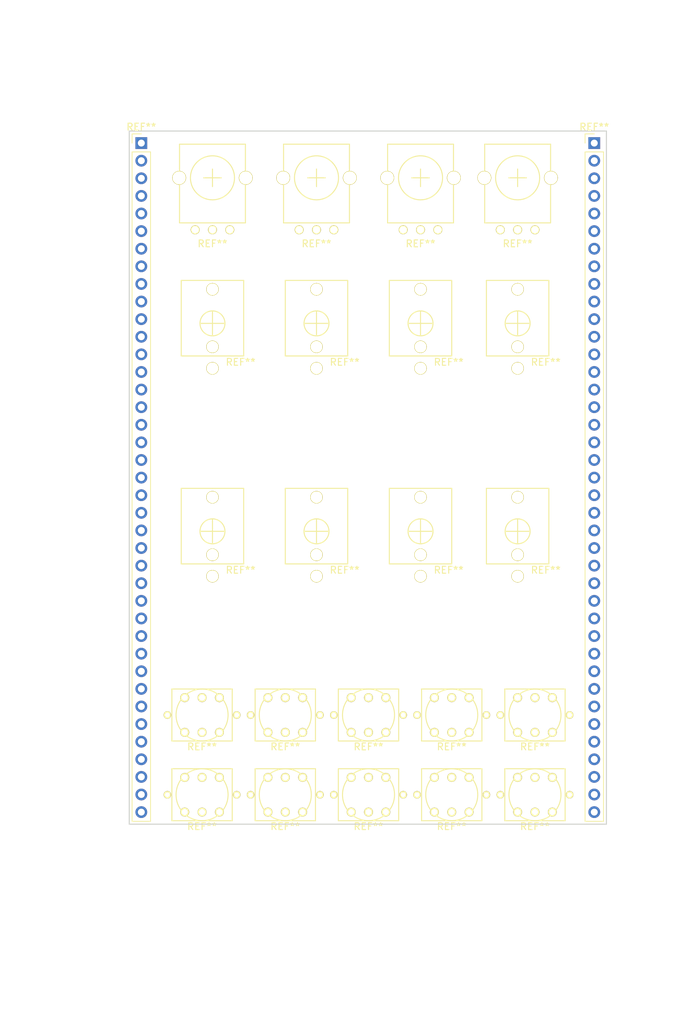
<source format=kicad_pcb>
(kicad_pcb (version 20171130) (host pcbnew no-vcs-found-a7cdd94~61~ubuntu17.10.1)

  (general
    (thickness 1.6)
    (drawings 32)
    (tracks 0)
    (zones 0)
    (modules 24)
    (nets 1)
  )

  (page A4)
  (layers
    (0 F.Cu signal)
    (31 B.Cu signal)
    (32 B.Adhes user)
    (33 F.Adhes user)
    (34 B.Paste user)
    (35 F.Paste user)
    (36 B.SilkS user)
    (37 F.SilkS user)
    (38 B.Mask user)
    (39 F.Mask user)
    (40 Dwgs.User user)
    (41 Cmts.User user)
    (42 Eco1.User user)
    (43 Eco2.User user)
    (44 Edge.Cuts user)
    (45 Margin user)
    (46 B.CrtYd user)
    (47 F.CrtYd user)
    (48 B.Fab user)
    (49 F.Fab user)
  )

  (setup
    (last_trace_width 0.25)
    (trace_clearance 0.2)
    (zone_clearance 0.508)
    (zone_45_only no)
    (trace_min 0.2)
    (segment_width 0.2)
    (edge_width 0.15)
    (via_size 0.6)
    (via_drill 0.4)
    (via_min_size 0.4)
    (via_min_drill 0.3)
    (uvia_size 0.3)
    (uvia_drill 0.1)
    (uvias_allowed no)
    (uvia_min_size 0.2)
    (uvia_min_drill 0.1)
    (pcb_text_width 0.3)
    (pcb_text_size 1.5 1.5)
    (mod_edge_width 0.15)
    (mod_text_size 1 1)
    (mod_text_width 0.15)
    (pad_size 1.524 1.524)
    (pad_drill 0.762)
    (pad_to_mask_clearance 0.2)
    (aux_axis_origin 0 0)
    (visible_elements FFFFFF7F)
    (pcbplotparams
      (layerselection 0x00030_80000001)
      (usegerberextensions false)
      (usegerberattributes false)
      (usegerberadvancedattributes false)
      (creategerberjobfile false)
      (excludeedgelayer true)
      (linewidth 0.100000)
      (plotframeref false)
      (viasonmask false)
      (mode 1)
      (useauxorigin false)
      (hpglpennumber 1)
      (hpglpenspeed 20)
      (hpglpendiameter 15)
      (psnegative false)
      (psa4output false)
      (plotreference true)
      (plotvalue true)
      (plotinvisibletext false)
      (padsonsilk false)
      (subtractmaskfromsilk false)
      (outputformat 1)
      (mirror false)
      (drillshape 1)
      (scaleselection 1)
      (outputdirectory ""))
  )

  (net 0 "")

  (net_class Default "This is the default net class."
    (clearance 0.2)
    (trace_width 0.25)
    (via_dia 0.6)
    (via_drill 0.4)
    (uvia_dia 0.3)
    (uvia_drill 0.1)
  )

  (module erack:Alpha9mmPot (layer F.Cu) (tedit 5A82E066) (tstamp 5A799B0D)
    (at 172 43)
    (fp_text reference REF** (at 0 9.5) (layer F.SilkS)
      (effects (font (size 1 1) (thickness 0.15)))
    )
    (fp_text value Alpha9mmPot (at 0 -6) (layer F.Fab)
      (effects (font (size 1 1) (thickness 0.15)))
    )
    (fp_line (start -4.75 -4.85) (end 4.75 -4.85) (layer F.SilkS) (width 0.15))
    (fp_line (start -4.75 6.5) (end 4.75 6.5) (layer F.SilkS) (width 0.15))
    (fp_line (start 4.75 -4.85) (end 4.75 6.5) (layer F.SilkS) (width 0.15))
    (fp_line (start -4.75 -4.85) (end -4.75 6.5) (layer F.SilkS) (width 0.15))
    (fp_circle (center 0 0) (end 3.175 0) (layer F.SilkS) (width 0.15))
    (fp_line (start 0 -1.27) (end 0 1.27) (layer F.SilkS) (width 0.15))
    (fp_line (start -1.27 0) (end 1.27 0) (layer F.SilkS) (width 0.15))
    (fp_circle (center 0 0) (end 3.5 0) (layer F.Fab) (width 0.15))
    (fp_line (start -3.5 0) (end 3.5 0) (layer F.Fab) (width 0.15))
    (fp_line (start 0 -3.5) (end 0 3.5) (layer F.Fab) (width 0.15))
    (pad "" thru_hole circle (at 4.8 0) (size 2 2) (drill 1.8) (layers *.Cu *.Mask F.SilkS))
    (pad "" thru_hole circle (at -4.8 0) (size 2 2) (drill 1.8) (layers *.Cu *.Mask F.SilkS))
    (pad 3 thru_hole circle (at 2.5 7.5) (size 1.3 1.3) (drill 1) (layers *.Cu *.Mask F.SilkS))
    (pad 2 thru_hole circle (at 0 7.5) (size 1.3 1.3) (drill 1) (layers *.Cu *.Mask F.SilkS))
    (pad 1 thru_hole circle (at -2.5 7.5) (size 1.3 1.3) (drill 1) (layers *.Cu *.Mask F.SilkS))
    (model ${KIPRJMOD}/libraries/erack.pretty/Alpha9mmPot.wrl
      (offset (xyz 0 -1.5 1.5))
      (scale (xyz 0.4 0.4 0.4))
      (rotate (xyz -90 0 0))
    )
  )

  (module erack:Alpha9mmPot (layer F.Cu) (tedit 5A82E066) (tstamp 5A799AFA)
    (at 158 43)
    (fp_text reference REF** (at 0 9.5) (layer F.SilkS)
      (effects (font (size 1 1) (thickness 0.15)))
    )
    (fp_text value Alpha9mmPot (at 0 -6) (layer F.Fab)
      (effects (font (size 1 1) (thickness 0.15)))
    )
    (fp_line (start -4.75 -4.85) (end 4.75 -4.85) (layer F.SilkS) (width 0.15))
    (fp_line (start -4.75 6.5) (end 4.75 6.5) (layer F.SilkS) (width 0.15))
    (fp_line (start 4.75 -4.85) (end 4.75 6.5) (layer F.SilkS) (width 0.15))
    (fp_line (start -4.75 -4.85) (end -4.75 6.5) (layer F.SilkS) (width 0.15))
    (fp_circle (center 0 0) (end 3.175 0) (layer F.SilkS) (width 0.15))
    (fp_line (start 0 -1.27) (end 0 1.27) (layer F.SilkS) (width 0.15))
    (fp_line (start -1.27 0) (end 1.27 0) (layer F.SilkS) (width 0.15))
    (fp_circle (center 0 0) (end 3.5 0) (layer F.Fab) (width 0.15))
    (fp_line (start -3.5 0) (end 3.5 0) (layer F.Fab) (width 0.15))
    (fp_line (start 0 -3.5) (end 0 3.5) (layer F.Fab) (width 0.15))
    (pad "" thru_hole circle (at 4.8 0) (size 2 2) (drill 1.8) (layers *.Cu *.Mask F.SilkS))
    (pad "" thru_hole circle (at -4.8 0) (size 2 2) (drill 1.8) (layers *.Cu *.Mask F.SilkS))
    (pad 3 thru_hole circle (at 2.5 7.5) (size 1.3 1.3) (drill 1) (layers *.Cu *.Mask F.SilkS))
    (pad 2 thru_hole circle (at 0 7.5) (size 1.3 1.3) (drill 1) (layers *.Cu *.Mask F.SilkS))
    (pad 1 thru_hole circle (at -2.5 7.5) (size 1.3 1.3) (drill 1) (layers *.Cu *.Mask F.SilkS))
    (model ${KIPRJMOD}/libraries/erack.pretty/Alpha9mmPot.wrl
      (offset (xyz 0 -1.5 1.5))
      (scale (xyz 0.4 0.4 0.4))
      (rotate (xyz -90 0 0))
    )
  )

  (module erack:Alpha9mmPot (layer F.Cu) (tedit 5A82E066) (tstamp 5A799AE7)
    (at 143 43)
    (fp_text reference REF** (at 0 9.5) (layer F.SilkS)
      (effects (font (size 1 1) (thickness 0.15)))
    )
    (fp_text value Alpha9mmPot (at 0 -6) (layer F.Fab)
      (effects (font (size 1 1) (thickness 0.15)))
    )
    (fp_line (start -4.75 -4.85) (end 4.75 -4.85) (layer F.SilkS) (width 0.15))
    (fp_line (start -4.75 6.5) (end 4.75 6.5) (layer F.SilkS) (width 0.15))
    (fp_line (start 4.75 -4.85) (end 4.75 6.5) (layer F.SilkS) (width 0.15))
    (fp_line (start -4.75 -4.85) (end -4.75 6.5) (layer F.SilkS) (width 0.15))
    (fp_circle (center 0 0) (end 3.175 0) (layer F.SilkS) (width 0.15))
    (fp_line (start 0 -1.27) (end 0 1.27) (layer F.SilkS) (width 0.15))
    (fp_line (start -1.27 0) (end 1.27 0) (layer F.SilkS) (width 0.15))
    (fp_circle (center 0 0) (end 3.5 0) (layer F.Fab) (width 0.15))
    (fp_line (start -3.5 0) (end 3.5 0) (layer F.Fab) (width 0.15))
    (fp_line (start 0 -3.5) (end 0 3.5) (layer F.Fab) (width 0.15))
    (pad "" thru_hole circle (at 4.8 0) (size 2 2) (drill 1.8) (layers *.Cu *.Mask F.SilkS))
    (pad "" thru_hole circle (at -4.8 0) (size 2 2) (drill 1.8) (layers *.Cu *.Mask F.SilkS))
    (pad 3 thru_hole circle (at 2.5 7.5) (size 1.3 1.3) (drill 1) (layers *.Cu *.Mask F.SilkS))
    (pad 2 thru_hole circle (at 0 7.5) (size 1.3 1.3) (drill 1) (layers *.Cu *.Mask F.SilkS))
    (pad 1 thru_hole circle (at -2.5 7.5) (size 1.3 1.3) (drill 1) (layers *.Cu *.Mask F.SilkS))
    (model ${KIPRJMOD}/libraries/erack.pretty/Alpha9mmPot.wrl
      (offset (xyz 0 -1.5 1.5))
      (scale (xyz 0.4 0.4 0.4))
      (rotate (xyz -90 0 0))
    )
  )

  (module erack:PJ301M-12 (layer F.Cu) (tedit 5A76A284) (tstamp 5A79996B)
    (at 143 64)
    (fp_text reference REF** (at 4.064 5.588) (layer F.SilkS)
      (effects (font (size 1 1) (thickness 0.15)))
    )
    (fp_text value PJ301M-12 (at 0 -7.112) (layer F.Fab)
      (effects (font (size 1 1) (thickness 0.15)))
    )
    (fp_line (start -4.5 -6.2) (end 4.5 -6.2) (layer F.SilkS) (width 0.15))
    (fp_line (start -4.5 4.7) (end 4.5 4.7) (layer F.SilkS) (width 0.15))
    (fp_line (start -4.5 -6.2) (end -4.5 4.7) (layer F.SilkS) (width 0.15))
    (fp_line (start 4.5 -6.2) (end 4.5 4.7) (layer F.SilkS) (width 0.15))
    (fp_circle (center 0 0) (end 1.8 0) (layer F.SilkS) (width 0.15))
    (fp_line (start 0 -1.8) (end 0 1.8) (layer F.SilkS) (width 0.15))
    (fp_line (start -1.8 0) (end 1.8 0) (layer F.SilkS) (width 0.15))
    (fp_circle (center 0 0) (end -3 0) (layer F.Fab) (width 0.15))
    (fp_line (start -3 0) (end 3 0) (layer F.Fab) (width 0.15))
    (fp_line (start 0 3) (end 0 -3) (layer F.Fab) (width 0.15))
    (pad 3 thru_hole circle (at 0 -4.92) (size 1.8 1.8) (drill 1.6) (layers *.Cu *.Mask F.SilkS))
    (pad 1 thru_hole circle (at 0 6.48) (size 1.8 1.8) (drill 1.6) (layers *.Cu *.Mask F.SilkS))
    (pad 2 thru_hole circle (at 0 3.38) (size 1.8 1.8) (drill 1.6) (layers *.Cu *.Mask F.SilkS))
  )

  (module erack:PJ301M-12 (layer F.Cu) (tedit 5A76A284) (tstamp 5A7998F4)
    (at 172 94)
    (fp_text reference REF** (at 4.064 5.588) (layer F.SilkS)
      (effects (font (size 1 1) (thickness 0.15)))
    )
    (fp_text value PJ301M-12 (at 0 -7.112) (layer F.Fab)
      (effects (font (size 1 1) (thickness 0.15)))
    )
    (fp_line (start -4.5 -6.2) (end 4.5 -6.2) (layer F.SilkS) (width 0.15))
    (fp_line (start -4.5 4.7) (end 4.5 4.7) (layer F.SilkS) (width 0.15))
    (fp_line (start -4.5 -6.2) (end -4.5 4.7) (layer F.SilkS) (width 0.15))
    (fp_line (start 4.5 -6.2) (end 4.5 4.7) (layer F.SilkS) (width 0.15))
    (fp_circle (center 0 0) (end 1.8 0) (layer F.SilkS) (width 0.15))
    (fp_line (start 0 -1.8) (end 0 1.8) (layer F.SilkS) (width 0.15))
    (fp_line (start -1.8 0) (end 1.8 0) (layer F.SilkS) (width 0.15))
    (fp_circle (center 0 0) (end -3 0) (layer F.Fab) (width 0.15))
    (fp_line (start -3 0) (end 3 0) (layer F.Fab) (width 0.15))
    (fp_line (start 0 3) (end 0 -3) (layer F.Fab) (width 0.15))
    (pad 3 thru_hole circle (at 0 -4.92) (size 1.8 1.8) (drill 1.6) (layers *.Cu *.Mask F.SilkS))
    (pad 1 thru_hole circle (at 0 6.48) (size 1.8 1.8) (drill 1.6) (layers *.Cu *.Mask F.SilkS))
    (pad 2 thru_hole circle (at 0 3.38) (size 1.8 1.8) (drill 1.6) (layers *.Cu *.Mask F.SilkS))
  )

  (module erack:PJ301M-12 (layer F.Cu) (tedit 5A76A284) (tstamp 5A7998E3)
    (at 158 94)
    (fp_text reference REF** (at 4.064 5.588) (layer F.SilkS)
      (effects (font (size 1 1) (thickness 0.15)))
    )
    (fp_text value PJ301M-12 (at 0 -7.112) (layer F.Fab)
      (effects (font (size 1 1) (thickness 0.15)))
    )
    (fp_line (start -4.5 -6.2) (end 4.5 -6.2) (layer F.SilkS) (width 0.15))
    (fp_line (start -4.5 4.7) (end 4.5 4.7) (layer F.SilkS) (width 0.15))
    (fp_line (start -4.5 -6.2) (end -4.5 4.7) (layer F.SilkS) (width 0.15))
    (fp_line (start 4.5 -6.2) (end 4.5 4.7) (layer F.SilkS) (width 0.15))
    (fp_circle (center 0 0) (end 1.8 0) (layer F.SilkS) (width 0.15))
    (fp_line (start 0 -1.8) (end 0 1.8) (layer F.SilkS) (width 0.15))
    (fp_line (start -1.8 0) (end 1.8 0) (layer F.SilkS) (width 0.15))
    (fp_circle (center 0 0) (end -3 0) (layer F.Fab) (width 0.15))
    (fp_line (start -3 0) (end 3 0) (layer F.Fab) (width 0.15))
    (fp_line (start 0 3) (end 0 -3) (layer F.Fab) (width 0.15))
    (pad 3 thru_hole circle (at 0 -4.92) (size 1.8 1.8) (drill 1.6) (layers *.Cu *.Mask F.SilkS))
    (pad 1 thru_hole circle (at 0 6.48) (size 1.8 1.8) (drill 1.6) (layers *.Cu *.Mask F.SilkS))
    (pad 2 thru_hole circle (at 0 3.38) (size 1.8 1.8) (drill 1.6) (layers *.Cu *.Mask F.SilkS))
  )

  (module erack:PJ301M-12 (layer F.Cu) (tedit 5A76A284) (tstamp 5A7998D2)
    (at 143 94)
    (fp_text reference REF** (at 4.064 5.588) (layer F.SilkS)
      (effects (font (size 1 1) (thickness 0.15)))
    )
    (fp_text value PJ301M-12 (at 0 -7.112) (layer F.Fab)
      (effects (font (size 1 1) (thickness 0.15)))
    )
    (fp_line (start -4.5 -6.2) (end 4.5 -6.2) (layer F.SilkS) (width 0.15))
    (fp_line (start -4.5 4.7) (end 4.5 4.7) (layer F.SilkS) (width 0.15))
    (fp_line (start -4.5 -6.2) (end -4.5 4.7) (layer F.SilkS) (width 0.15))
    (fp_line (start 4.5 -6.2) (end 4.5 4.7) (layer F.SilkS) (width 0.15))
    (fp_circle (center 0 0) (end 1.8 0) (layer F.SilkS) (width 0.15))
    (fp_line (start 0 -1.8) (end 0 1.8) (layer F.SilkS) (width 0.15))
    (fp_line (start -1.8 0) (end 1.8 0) (layer F.SilkS) (width 0.15))
    (fp_circle (center 0 0) (end -3 0) (layer F.Fab) (width 0.15))
    (fp_line (start -3 0) (end 3 0) (layer F.Fab) (width 0.15))
    (fp_line (start 0 3) (end 0 -3) (layer F.Fab) (width 0.15))
    (pad 3 thru_hole circle (at 0 -4.92) (size 1.8 1.8) (drill 1.6) (layers *.Cu *.Mask F.SilkS))
    (pad 1 thru_hole circle (at 0 6.48) (size 1.8 1.8) (drill 1.6) (layers *.Cu *.Mask F.SilkS))
    (pad 2 thru_hole circle (at 0 3.38) (size 1.8 1.8) (drill 1.6) (layers *.Cu *.Mask F.SilkS))
  )

  (module erack:PJ301M-12 (layer F.Cu) (tedit 5A76A284) (tstamp 5A79988E)
    (at 128 94)
    (fp_text reference REF** (at 4.064 5.588) (layer F.SilkS)
      (effects (font (size 1 1) (thickness 0.15)))
    )
    (fp_text value PJ301M-12 (at 0 -7.112) (layer F.Fab)
      (effects (font (size 1 1) (thickness 0.15)))
    )
    (fp_line (start -4.5 -6.2) (end 4.5 -6.2) (layer F.SilkS) (width 0.15))
    (fp_line (start -4.5 4.7) (end 4.5 4.7) (layer F.SilkS) (width 0.15))
    (fp_line (start -4.5 -6.2) (end -4.5 4.7) (layer F.SilkS) (width 0.15))
    (fp_line (start 4.5 -6.2) (end 4.5 4.7) (layer F.SilkS) (width 0.15))
    (fp_circle (center 0 0) (end 1.8 0) (layer F.SilkS) (width 0.15))
    (fp_line (start 0 -1.8) (end 0 1.8) (layer F.SilkS) (width 0.15))
    (fp_line (start -1.8 0) (end 1.8 0) (layer F.SilkS) (width 0.15))
    (fp_circle (center 0 0) (end -3 0) (layer F.Fab) (width 0.15))
    (fp_line (start -3 0) (end 3 0) (layer F.Fab) (width 0.15))
    (fp_line (start 0 3) (end 0 -3) (layer F.Fab) (width 0.15))
    (pad 3 thru_hole circle (at 0 -4.92) (size 1.8 1.8) (drill 1.6) (layers *.Cu *.Mask F.SilkS))
    (pad 1 thru_hole circle (at 0 6.48) (size 1.8 1.8) (drill 1.6) (layers *.Cu *.Mask F.SilkS))
    (pad 2 thru_hole circle (at 0 3.38) (size 1.8 1.8) (drill 1.6) (layers *.Cu *.Mask F.SilkS))
  )

  (module erack:PJ301M-12 (layer F.Cu) (tedit 5A76A284) (tstamp 5A799839)
    (at 172 64)
    (fp_text reference REF** (at 4.064 5.588) (layer F.SilkS)
      (effects (font (size 1 1) (thickness 0.15)))
    )
    (fp_text value PJ301M-12 (at 0 -7.112) (layer F.Fab)
      (effects (font (size 1 1) (thickness 0.15)))
    )
    (fp_line (start -4.5 -6.2) (end 4.5 -6.2) (layer F.SilkS) (width 0.15))
    (fp_line (start -4.5 4.7) (end 4.5 4.7) (layer F.SilkS) (width 0.15))
    (fp_line (start -4.5 -6.2) (end -4.5 4.7) (layer F.SilkS) (width 0.15))
    (fp_line (start 4.5 -6.2) (end 4.5 4.7) (layer F.SilkS) (width 0.15))
    (fp_circle (center 0 0) (end 1.8 0) (layer F.SilkS) (width 0.15))
    (fp_line (start 0 -1.8) (end 0 1.8) (layer F.SilkS) (width 0.15))
    (fp_line (start -1.8 0) (end 1.8 0) (layer F.SilkS) (width 0.15))
    (fp_circle (center 0 0) (end -3 0) (layer F.Fab) (width 0.15))
    (fp_line (start -3 0) (end 3 0) (layer F.Fab) (width 0.15))
    (fp_line (start 0 3) (end 0 -3) (layer F.Fab) (width 0.15))
    (pad 3 thru_hole circle (at 0 -4.92) (size 1.8 1.8) (drill 1.6) (layers *.Cu *.Mask F.SilkS))
    (pad 1 thru_hole circle (at 0 6.48) (size 1.8 1.8) (drill 1.6) (layers *.Cu *.Mask F.SilkS))
    (pad 2 thru_hole circle (at 0 3.38) (size 1.8 1.8) (drill 1.6) (layers *.Cu *.Mask F.SilkS))
  )

  (module erack:PJ301M-12 (layer F.Cu) (tedit 5A76A284) (tstamp 5A799828)
    (at 158 64)
    (fp_text reference REF** (at 4.064 5.588) (layer F.SilkS)
      (effects (font (size 1 1) (thickness 0.15)))
    )
    (fp_text value PJ301M-12 (at 0 -7.112) (layer F.Fab)
      (effects (font (size 1 1) (thickness 0.15)))
    )
    (fp_line (start -4.5 -6.2) (end 4.5 -6.2) (layer F.SilkS) (width 0.15))
    (fp_line (start -4.5 4.7) (end 4.5 4.7) (layer F.SilkS) (width 0.15))
    (fp_line (start -4.5 -6.2) (end -4.5 4.7) (layer F.SilkS) (width 0.15))
    (fp_line (start 4.5 -6.2) (end 4.5 4.7) (layer F.SilkS) (width 0.15))
    (fp_circle (center 0 0) (end 1.8 0) (layer F.SilkS) (width 0.15))
    (fp_line (start 0 -1.8) (end 0 1.8) (layer F.SilkS) (width 0.15))
    (fp_line (start -1.8 0) (end 1.8 0) (layer F.SilkS) (width 0.15))
    (fp_circle (center 0 0) (end -3 0) (layer F.Fab) (width 0.15))
    (fp_line (start -3 0) (end 3 0) (layer F.Fab) (width 0.15))
    (fp_line (start 0 3) (end 0 -3) (layer F.Fab) (width 0.15))
    (pad 3 thru_hole circle (at 0 -4.92) (size 1.8 1.8) (drill 1.6) (layers *.Cu *.Mask F.SilkS))
    (pad 1 thru_hole circle (at 0 6.48) (size 1.8 1.8) (drill 1.6) (layers *.Cu *.Mask F.SilkS))
    (pad 2 thru_hole circle (at 0 3.38) (size 1.8 1.8) (drill 1.6) (layers *.Cu *.Mask F.SilkS))
  )

  (module erack:LP4OA1PBCT (layer F.Cu) (tedit 5A79947E) (tstamp 5A799681)
    (at 174.5 132)
    (fp_text reference REF** (at 0 4.572) (layer F.SilkS)
      (effects (font (size 1 1) (thickness 0.15)))
    )
    (fp_text value LP4OA1PBCT (at 0 -4.572) (layer F.Fab)
      (effects (font (size 1 1) (thickness 0.15)))
    )
    (fp_line (start -4.35 -3.75) (end 4.35 -3.75) (layer F.SilkS) (width 0.15))
    (fp_line (start -4.35 3.75) (end 4.35 3.75) (layer F.SilkS) (width 0.15))
    (fp_line (start 4.35 -3.75) (end 4.35 3.75) (layer F.SilkS) (width 0.15))
    (fp_line (start -4.35 -3.75) (end -4.35 3.75) (layer F.SilkS) (width 0.15))
    (fp_circle (center 0 0) (end 3.75 0) (layer F.SilkS) (width 0.15))
    (fp_circle (center 0 0) (end 3.81 0) (layer F.Fab) (width 0.15))
    (fp_line (start -3.81 0) (end 3.81 0) (layer F.Fab) (width 0.15))
    (fp_line (start 0 -3.81) (end 0 3.81) (layer F.Fab) (width 0.15))
    (pad L2 thru_hole circle (at -5 0) (size 1.1 1.1) (drill 0.7) (layers *.Cu *.Mask F.SilkS))
    (pad L1 thru_hole circle (at 5 0) (size 1.1 1.1) (drill 0.7) (layers *.Cu *.Mask F.SilkS))
    (pad 6 thru_hole circle (at -2.5 2.5) (size 1.3 1.3) (drill 0.9) (layers *.Cu *.Mask F.SilkS))
    (pad 5 thru_hole circle (at 0 2.5) (size 1.3 1.3) (drill 0.9) (layers *.Cu *.Mask F.SilkS))
    (pad 4 thru_hole circle (at 2.5 2.5) (size 1.3 1.3) (drill 0.9) (layers *.Cu *.Mask F.SilkS))
    (pad 3 thru_hole circle (at -2.5 -2.5) (size 1.3 1.3) (drill 0.9) (layers *.Cu *.Mask F.SilkS))
    (pad 2 thru_hole circle (at 0 -2.5) (size 1.3 1.3) (drill 0.9) (layers *.Cu *.Mask F.SilkS))
    (pad 1 thru_hole circle (at 2.5 -2.5) (size 1.3 1.3) (drill 0.9) (layers *.Cu *.Mask F.SilkS))
  )

  (module erack:LP4OA1PBCT (layer F.Cu) (tedit 5A79947E) (tstamp 5A79966D)
    (at 162.5 132)
    (fp_text reference REF** (at 0 4.572) (layer F.SilkS)
      (effects (font (size 1 1) (thickness 0.15)))
    )
    (fp_text value LP4OA1PBCT (at 0 -4.572) (layer F.Fab)
      (effects (font (size 1 1) (thickness 0.15)))
    )
    (fp_line (start -4.35 -3.75) (end 4.35 -3.75) (layer F.SilkS) (width 0.15))
    (fp_line (start -4.35 3.75) (end 4.35 3.75) (layer F.SilkS) (width 0.15))
    (fp_line (start 4.35 -3.75) (end 4.35 3.75) (layer F.SilkS) (width 0.15))
    (fp_line (start -4.35 -3.75) (end -4.35 3.75) (layer F.SilkS) (width 0.15))
    (fp_circle (center 0 0) (end 3.75 0) (layer F.SilkS) (width 0.15))
    (fp_circle (center 0 0) (end 3.81 0) (layer F.Fab) (width 0.15))
    (fp_line (start -3.81 0) (end 3.81 0) (layer F.Fab) (width 0.15))
    (fp_line (start 0 -3.81) (end 0 3.81) (layer F.Fab) (width 0.15))
    (pad L2 thru_hole circle (at -5 0) (size 1.1 1.1) (drill 0.7) (layers *.Cu *.Mask F.SilkS))
    (pad L1 thru_hole circle (at 5 0) (size 1.1 1.1) (drill 0.7) (layers *.Cu *.Mask F.SilkS))
    (pad 6 thru_hole circle (at -2.5 2.5) (size 1.3 1.3) (drill 0.9) (layers *.Cu *.Mask F.SilkS))
    (pad 5 thru_hole circle (at 0 2.5) (size 1.3 1.3) (drill 0.9) (layers *.Cu *.Mask F.SilkS))
    (pad 4 thru_hole circle (at 2.5 2.5) (size 1.3 1.3) (drill 0.9) (layers *.Cu *.Mask F.SilkS))
    (pad 3 thru_hole circle (at -2.5 -2.5) (size 1.3 1.3) (drill 0.9) (layers *.Cu *.Mask F.SilkS))
    (pad 2 thru_hole circle (at 0 -2.5) (size 1.3 1.3) (drill 0.9) (layers *.Cu *.Mask F.SilkS))
    (pad 1 thru_hole circle (at 2.5 -2.5) (size 1.3 1.3) (drill 0.9) (layers *.Cu *.Mask F.SilkS))
  )

  (module erack:LP4OA1PBCT (layer F.Cu) (tedit 5A79947E) (tstamp 5A799659)
    (at 150.5 132)
    (fp_text reference REF** (at 0 4.572) (layer F.SilkS)
      (effects (font (size 1 1) (thickness 0.15)))
    )
    (fp_text value LP4OA1PBCT (at 0 -4.572) (layer F.Fab)
      (effects (font (size 1 1) (thickness 0.15)))
    )
    (fp_line (start -4.35 -3.75) (end 4.35 -3.75) (layer F.SilkS) (width 0.15))
    (fp_line (start -4.35 3.75) (end 4.35 3.75) (layer F.SilkS) (width 0.15))
    (fp_line (start 4.35 -3.75) (end 4.35 3.75) (layer F.SilkS) (width 0.15))
    (fp_line (start -4.35 -3.75) (end -4.35 3.75) (layer F.SilkS) (width 0.15))
    (fp_circle (center 0 0) (end 3.75 0) (layer F.SilkS) (width 0.15))
    (fp_circle (center 0 0) (end 3.81 0) (layer F.Fab) (width 0.15))
    (fp_line (start -3.81 0) (end 3.81 0) (layer F.Fab) (width 0.15))
    (fp_line (start 0 -3.81) (end 0 3.81) (layer F.Fab) (width 0.15))
    (pad L2 thru_hole circle (at -5 0) (size 1.1 1.1) (drill 0.7) (layers *.Cu *.Mask F.SilkS))
    (pad L1 thru_hole circle (at 5 0) (size 1.1 1.1) (drill 0.7) (layers *.Cu *.Mask F.SilkS))
    (pad 6 thru_hole circle (at -2.5 2.5) (size 1.3 1.3) (drill 0.9) (layers *.Cu *.Mask F.SilkS))
    (pad 5 thru_hole circle (at 0 2.5) (size 1.3 1.3) (drill 0.9) (layers *.Cu *.Mask F.SilkS))
    (pad 4 thru_hole circle (at 2.5 2.5) (size 1.3 1.3) (drill 0.9) (layers *.Cu *.Mask F.SilkS))
    (pad 3 thru_hole circle (at -2.5 -2.5) (size 1.3 1.3) (drill 0.9) (layers *.Cu *.Mask F.SilkS))
    (pad 2 thru_hole circle (at 0 -2.5) (size 1.3 1.3) (drill 0.9) (layers *.Cu *.Mask F.SilkS))
    (pad 1 thru_hole circle (at 2.5 -2.5) (size 1.3 1.3) (drill 0.9) (layers *.Cu *.Mask F.SilkS))
  )

  (module erack:LP4OA1PBCT (layer F.Cu) (tedit 5A79947E) (tstamp 5A799645)
    (at 138.5 132)
    (fp_text reference REF** (at 0 4.572) (layer F.SilkS)
      (effects (font (size 1 1) (thickness 0.15)))
    )
    (fp_text value LP4OA1PBCT (at 0 -4.572) (layer F.Fab)
      (effects (font (size 1 1) (thickness 0.15)))
    )
    (fp_line (start -4.35 -3.75) (end 4.35 -3.75) (layer F.SilkS) (width 0.15))
    (fp_line (start -4.35 3.75) (end 4.35 3.75) (layer F.SilkS) (width 0.15))
    (fp_line (start 4.35 -3.75) (end 4.35 3.75) (layer F.SilkS) (width 0.15))
    (fp_line (start -4.35 -3.75) (end -4.35 3.75) (layer F.SilkS) (width 0.15))
    (fp_circle (center 0 0) (end 3.75 0) (layer F.SilkS) (width 0.15))
    (fp_circle (center 0 0) (end 3.81 0) (layer F.Fab) (width 0.15))
    (fp_line (start -3.81 0) (end 3.81 0) (layer F.Fab) (width 0.15))
    (fp_line (start 0 -3.81) (end 0 3.81) (layer F.Fab) (width 0.15))
    (pad L2 thru_hole circle (at -5 0) (size 1.1 1.1) (drill 0.7) (layers *.Cu *.Mask F.SilkS))
    (pad L1 thru_hole circle (at 5 0) (size 1.1 1.1) (drill 0.7) (layers *.Cu *.Mask F.SilkS))
    (pad 6 thru_hole circle (at -2.5 2.5) (size 1.3 1.3) (drill 0.9) (layers *.Cu *.Mask F.SilkS))
    (pad 5 thru_hole circle (at 0 2.5) (size 1.3 1.3) (drill 0.9) (layers *.Cu *.Mask F.SilkS))
    (pad 4 thru_hole circle (at 2.5 2.5) (size 1.3 1.3) (drill 0.9) (layers *.Cu *.Mask F.SilkS))
    (pad 3 thru_hole circle (at -2.5 -2.5) (size 1.3 1.3) (drill 0.9) (layers *.Cu *.Mask F.SilkS))
    (pad 2 thru_hole circle (at 0 -2.5) (size 1.3 1.3) (drill 0.9) (layers *.Cu *.Mask F.SilkS))
    (pad 1 thru_hole circle (at 2.5 -2.5) (size 1.3 1.3) (drill 0.9) (layers *.Cu *.Mask F.SilkS))
  )

  (module erack:LP4OA1PBCT (layer F.Cu) (tedit 5A79947E) (tstamp 5A799631)
    (at 126.5 132)
    (fp_text reference REF** (at 0 4.572) (layer F.SilkS)
      (effects (font (size 1 1) (thickness 0.15)))
    )
    (fp_text value LP4OA1PBCT (at 0 -4.572) (layer F.Fab)
      (effects (font (size 1 1) (thickness 0.15)))
    )
    (fp_line (start -4.35 -3.75) (end 4.35 -3.75) (layer F.SilkS) (width 0.15))
    (fp_line (start -4.35 3.75) (end 4.35 3.75) (layer F.SilkS) (width 0.15))
    (fp_line (start 4.35 -3.75) (end 4.35 3.75) (layer F.SilkS) (width 0.15))
    (fp_line (start -4.35 -3.75) (end -4.35 3.75) (layer F.SilkS) (width 0.15))
    (fp_circle (center 0 0) (end 3.75 0) (layer F.SilkS) (width 0.15))
    (fp_circle (center 0 0) (end 3.81 0) (layer F.Fab) (width 0.15))
    (fp_line (start -3.81 0) (end 3.81 0) (layer F.Fab) (width 0.15))
    (fp_line (start 0 -3.81) (end 0 3.81) (layer F.Fab) (width 0.15))
    (pad L2 thru_hole circle (at -5 0) (size 1.1 1.1) (drill 0.7) (layers *.Cu *.Mask F.SilkS))
    (pad L1 thru_hole circle (at 5 0) (size 1.1 1.1) (drill 0.7) (layers *.Cu *.Mask F.SilkS))
    (pad 6 thru_hole circle (at -2.5 2.5) (size 1.3 1.3) (drill 0.9) (layers *.Cu *.Mask F.SilkS))
    (pad 5 thru_hole circle (at 0 2.5) (size 1.3 1.3) (drill 0.9) (layers *.Cu *.Mask F.SilkS))
    (pad 4 thru_hole circle (at 2.5 2.5) (size 1.3 1.3) (drill 0.9) (layers *.Cu *.Mask F.SilkS))
    (pad 3 thru_hole circle (at -2.5 -2.5) (size 1.3 1.3) (drill 0.9) (layers *.Cu *.Mask F.SilkS))
    (pad 2 thru_hole circle (at 0 -2.5) (size 1.3 1.3) (drill 0.9) (layers *.Cu *.Mask F.SilkS))
    (pad 1 thru_hole circle (at 2.5 -2.5) (size 1.3 1.3) (drill 0.9) (layers *.Cu *.Mask F.SilkS))
  )

  (module erack:LP4OA1PBCT (layer F.Cu) (tedit 5A79947E) (tstamp 5A799616)
    (at 174.5 120.5)
    (fp_text reference REF** (at 0 4.572) (layer F.SilkS)
      (effects (font (size 1 1) (thickness 0.15)))
    )
    (fp_text value LP4OA1PBCT (at 0 -4.572) (layer F.Fab)
      (effects (font (size 1 1) (thickness 0.15)))
    )
    (fp_line (start -4.35 -3.75) (end 4.35 -3.75) (layer F.SilkS) (width 0.15))
    (fp_line (start -4.35 3.75) (end 4.35 3.75) (layer F.SilkS) (width 0.15))
    (fp_line (start 4.35 -3.75) (end 4.35 3.75) (layer F.SilkS) (width 0.15))
    (fp_line (start -4.35 -3.75) (end -4.35 3.75) (layer F.SilkS) (width 0.15))
    (fp_circle (center 0 0) (end 3.75 0) (layer F.SilkS) (width 0.15))
    (fp_circle (center 0 0) (end 3.81 0) (layer F.Fab) (width 0.15))
    (fp_line (start -3.81 0) (end 3.81 0) (layer F.Fab) (width 0.15))
    (fp_line (start 0 -3.81) (end 0 3.81) (layer F.Fab) (width 0.15))
    (pad L2 thru_hole circle (at -5 0) (size 1.1 1.1) (drill 0.7) (layers *.Cu *.Mask F.SilkS))
    (pad L1 thru_hole circle (at 5 0) (size 1.1 1.1) (drill 0.7) (layers *.Cu *.Mask F.SilkS))
    (pad 6 thru_hole circle (at -2.5 2.5) (size 1.3 1.3) (drill 0.9) (layers *.Cu *.Mask F.SilkS))
    (pad 5 thru_hole circle (at 0 2.5) (size 1.3 1.3) (drill 0.9) (layers *.Cu *.Mask F.SilkS))
    (pad 4 thru_hole circle (at 2.5 2.5) (size 1.3 1.3) (drill 0.9) (layers *.Cu *.Mask F.SilkS))
    (pad 3 thru_hole circle (at -2.5 -2.5) (size 1.3 1.3) (drill 0.9) (layers *.Cu *.Mask F.SilkS))
    (pad 2 thru_hole circle (at 0 -2.5) (size 1.3 1.3) (drill 0.9) (layers *.Cu *.Mask F.SilkS))
    (pad 1 thru_hole circle (at 2.5 -2.5) (size 1.3 1.3) (drill 0.9) (layers *.Cu *.Mask F.SilkS))
  )

  (module erack:LP4OA1PBCT (layer F.Cu) (tedit 5A79947E) (tstamp 5A799602)
    (at 162.5 120.5)
    (fp_text reference REF** (at 0 4.572) (layer F.SilkS)
      (effects (font (size 1 1) (thickness 0.15)))
    )
    (fp_text value LP4OA1PBCT (at 0 -4.572) (layer F.Fab)
      (effects (font (size 1 1) (thickness 0.15)))
    )
    (fp_line (start -4.35 -3.75) (end 4.35 -3.75) (layer F.SilkS) (width 0.15))
    (fp_line (start -4.35 3.75) (end 4.35 3.75) (layer F.SilkS) (width 0.15))
    (fp_line (start 4.35 -3.75) (end 4.35 3.75) (layer F.SilkS) (width 0.15))
    (fp_line (start -4.35 -3.75) (end -4.35 3.75) (layer F.SilkS) (width 0.15))
    (fp_circle (center 0 0) (end 3.75 0) (layer F.SilkS) (width 0.15))
    (fp_circle (center 0 0) (end 3.81 0) (layer F.Fab) (width 0.15))
    (fp_line (start -3.81 0) (end 3.81 0) (layer F.Fab) (width 0.15))
    (fp_line (start 0 -3.81) (end 0 3.81) (layer F.Fab) (width 0.15))
    (pad L2 thru_hole circle (at -5 0) (size 1.1 1.1) (drill 0.7) (layers *.Cu *.Mask F.SilkS))
    (pad L1 thru_hole circle (at 5 0) (size 1.1 1.1) (drill 0.7) (layers *.Cu *.Mask F.SilkS))
    (pad 6 thru_hole circle (at -2.5 2.5) (size 1.3 1.3) (drill 0.9) (layers *.Cu *.Mask F.SilkS))
    (pad 5 thru_hole circle (at 0 2.5) (size 1.3 1.3) (drill 0.9) (layers *.Cu *.Mask F.SilkS))
    (pad 4 thru_hole circle (at 2.5 2.5) (size 1.3 1.3) (drill 0.9) (layers *.Cu *.Mask F.SilkS))
    (pad 3 thru_hole circle (at -2.5 -2.5) (size 1.3 1.3) (drill 0.9) (layers *.Cu *.Mask F.SilkS))
    (pad 2 thru_hole circle (at 0 -2.5) (size 1.3 1.3) (drill 0.9) (layers *.Cu *.Mask F.SilkS))
    (pad 1 thru_hole circle (at 2.5 -2.5) (size 1.3 1.3) (drill 0.9) (layers *.Cu *.Mask F.SilkS))
  )

  (module erack:LP4OA1PBCT (layer F.Cu) (tedit 5A79947E) (tstamp 5A7995EE)
    (at 150.5 120.5)
    (fp_text reference REF** (at 0 4.572) (layer F.SilkS)
      (effects (font (size 1 1) (thickness 0.15)))
    )
    (fp_text value LP4OA1PBCT (at 0 -4.572) (layer F.Fab)
      (effects (font (size 1 1) (thickness 0.15)))
    )
    (fp_line (start -4.35 -3.75) (end 4.35 -3.75) (layer F.SilkS) (width 0.15))
    (fp_line (start -4.35 3.75) (end 4.35 3.75) (layer F.SilkS) (width 0.15))
    (fp_line (start 4.35 -3.75) (end 4.35 3.75) (layer F.SilkS) (width 0.15))
    (fp_line (start -4.35 -3.75) (end -4.35 3.75) (layer F.SilkS) (width 0.15))
    (fp_circle (center 0 0) (end 3.75 0) (layer F.SilkS) (width 0.15))
    (fp_circle (center 0 0) (end 3.81 0) (layer F.Fab) (width 0.15))
    (fp_line (start -3.81 0) (end 3.81 0) (layer F.Fab) (width 0.15))
    (fp_line (start 0 -3.81) (end 0 3.81) (layer F.Fab) (width 0.15))
    (pad L2 thru_hole circle (at -5 0) (size 1.1 1.1) (drill 0.7) (layers *.Cu *.Mask F.SilkS))
    (pad L1 thru_hole circle (at 5 0) (size 1.1 1.1) (drill 0.7) (layers *.Cu *.Mask F.SilkS))
    (pad 6 thru_hole circle (at -2.5 2.5) (size 1.3 1.3) (drill 0.9) (layers *.Cu *.Mask F.SilkS))
    (pad 5 thru_hole circle (at 0 2.5) (size 1.3 1.3) (drill 0.9) (layers *.Cu *.Mask F.SilkS))
    (pad 4 thru_hole circle (at 2.5 2.5) (size 1.3 1.3) (drill 0.9) (layers *.Cu *.Mask F.SilkS))
    (pad 3 thru_hole circle (at -2.5 -2.5) (size 1.3 1.3) (drill 0.9) (layers *.Cu *.Mask F.SilkS))
    (pad 2 thru_hole circle (at 0 -2.5) (size 1.3 1.3) (drill 0.9) (layers *.Cu *.Mask F.SilkS))
    (pad 1 thru_hole circle (at 2.5 -2.5) (size 1.3 1.3) (drill 0.9) (layers *.Cu *.Mask F.SilkS))
  )

  (module erack:LP4OA1PBCT (layer F.Cu) (tedit 5A79947E) (tstamp 5A7995DA)
    (at 138.5 120.5)
    (fp_text reference REF** (at 0 4.572) (layer F.SilkS)
      (effects (font (size 1 1) (thickness 0.15)))
    )
    (fp_text value LP4OA1PBCT (at 0 -4.572) (layer F.Fab)
      (effects (font (size 1 1) (thickness 0.15)))
    )
    (fp_line (start -4.35 -3.75) (end 4.35 -3.75) (layer F.SilkS) (width 0.15))
    (fp_line (start -4.35 3.75) (end 4.35 3.75) (layer F.SilkS) (width 0.15))
    (fp_line (start 4.35 -3.75) (end 4.35 3.75) (layer F.SilkS) (width 0.15))
    (fp_line (start -4.35 -3.75) (end -4.35 3.75) (layer F.SilkS) (width 0.15))
    (fp_circle (center 0 0) (end 3.75 0) (layer F.SilkS) (width 0.15))
    (fp_circle (center 0 0) (end 3.81 0) (layer F.Fab) (width 0.15))
    (fp_line (start -3.81 0) (end 3.81 0) (layer F.Fab) (width 0.15))
    (fp_line (start 0 -3.81) (end 0 3.81) (layer F.Fab) (width 0.15))
    (pad L2 thru_hole circle (at -5 0) (size 1.1 1.1) (drill 0.7) (layers *.Cu *.Mask F.SilkS))
    (pad L1 thru_hole circle (at 5 0) (size 1.1 1.1) (drill 0.7) (layers *.Cu *.Mask F.SilkS))
    (pad 6 thru_hole circle (at -2.5 2.5) (size 1.3 1.3) (drill 0.9) (layers *.Cu *.Mask F.SilkS))
    (pad 5 thru_hole circle (at 0 2.5) (size 1.3 1.3) (drill 0.9) (layers *.Cu *.Mask F.SilkS))
    (pad 4 thru_hole circle (at 2.5 2.5) (size 1.3 1.3) (drill 0.9) (layers *.Cu *.Mask F.SilkS))
    (pad 3 thru_hole circle (at -2.5 -2.5) (size 1.3 1.3) (drill 0.9) (layers *.Cu *.Mask F.SilkS))
    (pad 2 thru_hole circle (at 0 -2.5) (size 1.3 1.3) (drill 0.9) (layers *.Cu *.Mask F.SilkS))
    (pad 1 thru_hole circle (at 2.5 -2.5) (size 1.3 1.3) (drill 0.9) (layers *.Cu *.Mask F.SilkS))
  )

  (module erack:LP4OA1PBCT (layer F.Cu) (tedit 5A79947E) (tstamp 5A7995C5)
    (at 126.5 120.5)
    (fp_text reference REF** (at 0 4.572) (layer F.SilkS)
      (effects (font (size 1 1) (thickness 0.15)))
    )
    (fp_text value LP4OA1PBCT (at 0 -4.572) (layer F.Fab)
      (effects (font (size 1 1) (thickness 0.15)))
    )
    (fp_line (start -4.35 -3.75) (end 4.35 -3.75) (layer F.SilkS) (width 0.15))
    (fp_line (start -4.35 3.75) (end 4.35 3.75) (layer F.SilkS) (width 0.15))
    (fp_line (start 4.35 -3.75) (end 4.35 3.75) (layer F.SilkS) (width 0.15))
    (fp_line (start -4.35 -3.75) (end -4.35 3.75) (layer F.SilkS) (width 0.15))
    (fp_circle (center 0 0) (end 3.75 0) (layer F.SilkS) (width 0.15))
    (fp_circle (center 0 0) (end 3.81 0) (layer F.Fab) (width 0.15))
    (fp_line (start -3.81 0) (end 3.81 0) (layer F.Fab) (width 0.15))
    (fp_line (start 0 -3.81) (end 0 3.81) (layer F.Fab) (width 0.15))
    (pad L2 thru_hole circle (at -5 0) (size 1.1 1.1) (drill 0.7) (layers *.Cu *.Mask F.SilkS))
    (pad L1 thru_hole circle (at 5 0) (size 1.1 1.1) (drill 0.7) (layers *.Cu *.Mask F.SilkS))
    (pad 6 thru_hole circle (at -2.5 2.5) (size 1.3 1.3) (drill 0.9) (layers *.Cu *.Mask F.SilkS))
    (pad 5 thru_hole circle (at 0 2.5) (size 1.3 1.3) (drill 0.9) (layers *.Cu *.Mask F.SilkS))
    (pad 4 thru_hole circle (at 2.5 2.5) (size 1.3 1.3) (drill 0.9) (layers *.Cu *.Mask F.SilkS))
    (pad 3 thru_hole circle (at -2.5 -2.5) (size 1.3 1.3) (drill 0.9) (layers *.Cu *.Mask F.SilkS))
    (pad 2 thru_hole circle (at 0 -2.5) (size 1.3 1.3) (drill 0.9) (layers *.Cu *.Mask F.SilkS))
    (pad 1 thru_hole circle (at 2.5 -2.5) (size 1.3 1.3) (drill 0.9) (layers *.Cu *.Mask F.SilkS))
  )

  (module Pin_Headers:Pin_Header_Straight_1x39_Pitch2.54mm (layer F.Cu) (tedit 59650532) (tstamp 5A796E25)
    (at 117.74 37.99)
    (descr "Through hole straight pin header, 1x39, 2.54mm pitch, single row")
    (tags "Through hole pin header THT 1x39 2.54mm single row")
    (fp_text reference REF** (at 0 -2.33) (layer F.SilkS)
      (effects (font (size 1 1) (thickness 0.15)))
    )
    (fp_text value Pin_Header_Straight_1x39_Pitch2.54mm (at 0 98.85) (layer F.Fab)
      (effects (font (size 1 1) (thickness 0.15)))
    )
    (fp_line (start -0.635 -1.27) (end 1.27 -1.27) (layer F.Fab) (width 0.1))
    (fp_line (start 1.27 -1.27) (end 1.27 97.79) (layer F.Fab) (width 0.1))
    (fp_line (start 1.27 97.79) (end -1.27 97.79) (layer F.Fab) (width 0.1))
    (fp_line (start -1.27 97.79) (end -1.27 -0.635) (layer F.Fab) (width 0.1))
    (fp_line (start -1.27 -0.635) (end -0.635 -1.27) (layer F.Fab) (width 0.1))
    (fp_line (start -1.33 97.85) (end 1.33 97.85) (layer F.SilkS) (width 0.12))
    (fp_line (start -1.33 1.27) (end -1.33 97.85) (layer F.SilkS) (width 0.12))
    (fp_line (start 1.33 1.27) (end 1.33 97.85) (layer F.SilkS) (width 0.12))
    (fp_line (start -1.33 1.27) (end 1.33 1.27) (layer F.SilkS) (width 0.12))
    (fp_line (start -1.33 0) (end -1.33 -1.33) (layer F.SilkS) (width 0.12))
    (fp_line (start -1.33 -1.33) (end 0 -1.33) (layer F.SilkS) (width 0.12))
    (fp_line (start -1.8 -1.8) (end -1.8 98.3) (layer F.CrtYd) (width 0.05))
    (fp_line (start -1.8 98.3) (end 1.8 98.3) (layer F.CrtYd) (width 0.05))
    (fp_line (start 1.8 98.3) (end 1.8 -1.8) (layer F.CrtYd) (width 0.05))
    (fp_line (start 1.8 -1.8) (end -1.8 -1.8) (layer F.CrtYd) (width 0.05))
    (fp_text user %R (at 0 48.26 90) (layer F.Fab)
      (effects (font (size 1 1) (thickness 0.15)))
    )
    (pad 1 thru_hole rect (at 0 0) (size 1.7 1.7) (drill 1) (layers *.Cu *.Mask))
    (pad 2 thru_hole oval (at 0 2.54) (size 1.7 1.7) (drill 1) (layers *.Cu *.Mask))
    (pad 3 thru_hole oval (at 0 5.08) (size 1.7 1.7) (drill 1) (layers *.Cu *.Mask))
    (pad 4 thru_hole oval (at 0 7.62) (size 1.7 1.7) (drill 1) (layers *.Cu *.Mask))
    (pad 5 thru_hole oval (at 0 10.16) (size 1.7 1.7) (drill 1) (layers *.Cu *.Mask))
    (pad 6 thru_hole oval (at 0 12.7) (size 1.7 1.7) (drill 1) (layers *.Cu *.Mask))
    (pad 7 thru_hole oval (at 0 15.24) (size 1.7 1.7) (drill 1) (layers *.Cu *.Mask))
    (pad 8 thru_hole oval (at 0 17.78) (size 1.7 1.7) (drill 1) (layers *.Cu *.Mask))
    (pad 9 thru_hole oval (at 0 20.32) (size 1.7 1.7) (drill 1) (layers *.Cu *.Mask))
    (pad 10 thru_hole oval (at 0 22.86) (size 1.7 1.7) (drill 1) (layers *.Cu *.Mask))
    (pad 11 thru_hole oval (at 0 25.4) (size 1.7 1.7) (drill 1) (layers *.Cu *.Mask))
    (pad 12 thru_hole oval (at 0 27.94) (size 1.7 1.7) (drill 1) (layers *.Cu *.Mask))
    (pad 13 thru_hole oval (at 0 30.48) (size 1.7 1.7) (drill 1) (layers *.Cu *.Mask))
    (pad 14 thru_hole oval (at 0 33.02) (size 1.7 1.7) (drill 1) (layers *.Cu *.Mask))
    (pad 15 thru_hole oval (at 0 35.56) (size 1.7 1.7) (drill 1) (layers *.Cu *.Mask))
    (pad 16 thru_hole oval (at 0 38.1) (size 1.7 1.7) (drill 1) (layers *.Cu *.Mask))
    (pad 17 thru_hole oval (at 0 40.64) (size 1.7 1.7) (drill 1) (layers *.Cu *.Mask))
    (pad 18 thru_hole oval (at 0 43.18) (size 1.7 1.7) (drill 1) (layers *.Cu *.Mask))
    (pad 19 thru_hole oval (at 0 45.72) (size 1.7 1.7) (drill 1) (layers *.Cu *.Mask))
    (pad 20 thru_hole oval (at 0 48.26) (size 1.7 1.7) (drill 1) (layers *.Cu *.Mask))
    (pad 21 thru_hole oval (at 0 50.8) (size 1.7 1.7) (drill 1) (layers *.Cu *.Mask))
    (pad 22 thru_hole oval (at 0 53.34) (size 1.7 1.7) (drill 1) (layers *.Cu *.Mask))
    (pad 23 thru_hole oval (at 0 55.88) (size 1.7 1.7) (drill 1) (layers *.Cu *.Mask))
    (pad 24 thru_hole oval (at 0 58.42) (size 1.7 1.7) (drill 1) (layers *.Cu *.Mask))
    (pad 25 thru_hole oval (at 0 60.96) (size 1.7 1.7) (drill 1) (layers *.Cu *.Mask))
    (pad 26 thru_hole oval (at 0 63.5) (size 1.7 1.7) (drill 1) (layers *.Cu *.Mask))
    (pad 27 thru_hole oval (at 0 66.04) (size 1.7 1.7) (drill 1) (layers *.Cu *.Mask))
    (pad 28 thru_hole oval (at 0 68.58) (size 1.7 1.7) (drill 1) (layers *.Cu *.Mask))
    (pad 29 thru_hole oval (at 0 71.12) (size 1.7 1.7) (drill 1) (layers *.Cu *.Mask))
    (pad 30 thru_hole oval (at 0 73.66) (size 1.7 1.7) (drill 1) (layers *.Cu *.Mask))
    (pad 31 thru_hole oval (at 0 76.2) (size 1.7 1.7) (drill 1) (layers *.Cu *.Mask))
    (pad 32 thru_hole oval (at 0 78.74) (size 1.7 1.7) (drill 1) (layers *.Cu *.Mask))
    (pad 33 thru_hole oval (at 0 81.28) (size 1.7 1.7) (drill 1) (layers *.Cu *.Mask))
    (pad 34 thru_hole oval (at 0 83.82) (size 1.7 1.7) (drill 1) (layers *.Cu *.Mask))
    (pad 35 thru_hole oval (at 0 86.36) (size 1.7 1.7) (drill 1) (layers *.Cu *.Mask))
    (pad 36 thru_hole oval (at 0 88.9) (size 1.7 1.7) (drill 1) (layers *.Cu *.Mask))
    (pad 37 thru_hole oval (at 0 91.44) (size 1.7 1.7) (drill 1) (layers *.Cu *.Mask))
    (pad 38 thru_hole oval (at 0 93.98) (size 1.7 1.7) (drill 1) (layers *.Cu *.Mask))
    (pad 39 thru_hole oval (at 0 96.52) (size 1.7 1.7) (drill 1) (layers *.Cu *.Mask))
    (model ${KISYS3DMOD}/Pin_Headers.3dshapes/Pin_Header_Straight_1x39_Pitch2.54mm.wrl
      (at (xyz 0 0 0))
      (scale (xyz 1 1 1))
      (rotate (xyz 0 0 0))
    )
  )

  (module Pin_Headers:Pin_Header_Straight_1x39_Pitch2.54mm (layer F.Cu) (tedit 59650532) (tstamp 5A795CF6)
    (at 183.05 37.99)
    (descr "Through hole straight pin header, 1x39, 2.54mm pitch, single row")
    (tags "Through hole pin header THT 1x39 2.54mm single row")
    (fp_text reference REF** (at 0 -2.33) (layer F.SilkS)
      (effects (font (size 1 1) (thickness 0.15)))
    )
    (fp_text value Pin_Header_Straight_1x39_Pitch2.54mm (at 0 98.85) (layer F.Fab)
      (effects (font (size 1 1) (thickness 0.15)))
    )
    (fp_line (start -0.635 -1.27) (end 1.27 -1.27) (layer F.Fab) (width 0.1))
    (fp_line (start 1.27 -1.27) (end 1.27 97.79) (layer F.Fab) (width 0.1))
    (fp_line (start 1.27 97.79) (end -1.27 97.79) (layer F.Fab) (width 0.1))
    (fp_line (start -1.27 97.79) (end -1.27 -0.635) (layer F.Fab) (width 0.1))
    (fp_line (start -1.27 -0.635) (end -0.635 -1.27) (layer F.Fab) (width 0.1))
    (fp_line (start -1.33 97.85) (end 1.33 97.85) (layer F.SilkS) (width 0.12))
    (fp_line (start -1.33 1.27) (end -1.33 97.85) (layer F.SilkS) (width 0.12))
    (fp_line (start 1.33 1.27) (end 1.33 97.85) (layer F.SilkS) (width 0.12))
    (fp_line (start -1.33 1.27) (end 1.33 1.27) (layer F.SilkS) (width 0.12))
    (fp_line (start -1.33 0) (end -1.33 -1.33) (layer F.SilkS) (width 0.12))
    (fp_line (start -1.33 -1.33) (end 0 -1.33) (layer F.SilkS) (width 0.12))
    (fp_line (start -1.8 -1.8) (end -1.8 98.3) (layer F.CrtYd) (width 0.05))
    (fp_line (start -1.8 98.3) (end 1.8 98.3) (layer F.CrtYd) (width 0.05))
    (fp_line (start 1.8 98.3) (end 1.8 -1.8) (layer F.CrtYd) (width 0.05))
    (fp_line (start 1.8 -1.8) (end -1.8 -1.8) (layer F.CrtYd) (width 0.05))
    (fp_text user %R (at 0 48.26 90) (layer F.Fab)
      (effects (font (size 1 1) (thickness 0.15)))
    )
    (pad 1 thru_hole rect (at 0 0) (size 1.7 1.7) (drill 1) (layers *.Cu *.Mask))
    (pad 2 thru_hole oval (at 0 2.54) (size 1.7 1.7) (drill 1) (layers *.Cu *.Mask))
    (pad 3 thru_hole oval (at 0 5.08) (size 1.7 1.7) (drill 1) (layers *.Cu *.Mask))
    (pad 4 thru_hole oval (at 0 7.62) (size 1.7 1.7) (drill 1) (layers *.Cu *.Mask))
    (pad 5 thru_hole oval (at 0 10.16) (size 1.7 1.7) (drill 1) (layers *.Cu *.Mask))
    (pad 6 thru_hole oval (at 0 12.7) (size 1.7 1.7) (drill 1) (layers *.Cu *.Mask))
    (pad 7 thru_hole oval (at 0 15.24) (size 1.7 1.7) (drill 1) (layers *.Cu *.Mask))
    (pad 8 thru_hole oval (at 0 17.78) (size 1.7 1.7) (drill 1) (layers *.Cu *.Mask))
    (pad 9 thru_hole oval (at 0 20.32) (size 1.7 1.7) (drill 1) (layers *.Cu *.Mask))
    (pad 10 thru_hole oval (at 0 22.86) (size 1.7 1.7) (drill 1) (layers *.Cu *.Mask))
    (pad 11 thru_hole oval (at 0 25.4) (size 1.7 1.7) (drill 1) (layers *.Cu *.Mask))
    (pad 12 thru_hole oval (at 0 27.94) (size 1.7 1.7) (drill 1) (layers *.Cu *.Mask))
    (pad 13 thru_hole oval (at 0 30.48) (size 1.7 1.7) (drill 1) (layers *.Cu *.Mask))
    (pad 14 thru_hole oval (at 0 33.02) (size 1.7 1.7) (drill 1) (layers *.Cu *.Mask))
    (pad 15 thru_hole oval (at 0 35.56) (size 1.7 1.7) (drill 1) (layers *.Cu *.Mask))
    (pad 16 thru_hole oval (at 0 38.1) (size 1.7 1.7) (drill 1) (layers *.Cu *.Mask))
    (pad 17 thru_hole oval (at 0 40.64) (size 1.7 1.7) (drill 1) (layers *.Cu *.Mask))
    (pad 18 thru_hole oval (at 0 43.18) (size 1.7 1.7) (drill 1) (layers *.Cu *.Mask))
    (pad 19 thru_hole oval (at 0 45.72) (size 1.7 1.7) (drill 1) (layers *.Cu *.Mask))
    (pad 20 thru_hole oval (at 0 48.26) (size 1.7 1.7) (drill 1) (layers *.Cu *.Mask))
    (pad 21 thru_hole oval (at 0 50.8) (size 1.7 1.7) (drill 1) (layers *.Cu *.Mask))
    (pad 22 thru_hole oval (at 0 53.34) (size 1.7 1.7) (drill 1) (layers *.Cu *.Mask))
    (pad 23 thru_hole oval (at 0 55.88) (size 1.7 1.7) (drill 1) (layers *.Cu *.Mask))
    (pad 24 thru_hole oval (at 0 58.42) (size 1.7 1.7) (drill 1) (layers *.Cu *.Mask))
    (pad 25 thru_hole oval (at 0 60.96) (size 1.7 1.7) (drill 1) (layers *.Cu *.Mask))
    (pad 26 thru_hole oval (at 0 63.5) (size 1.7 1.7) (drill 1) (layers *.Cu *.Mask))
    (pad 27 thru_hole oval (at 0 66.04) (size 1.7 1.7) (drill 1) (layers *.Cu *.Mask))
    (pad 28 thru_hole oval (at 0 68.58) (size 1.7 1.7) (drill 1) (layers *.Cu *.Mask))
    (pad 29 thru_hole oval (at 0 71.12) (size 1.7 1.7) (drill 1) (layers *.Cu *.Mask))
    (pad 30 thru_hole oval (at 0 73.66) (size 1.7 1.7) (drill 1) (layers *.Cu *.Mask))
    (pad 31 thru_hole oval (at 0 76.2) (size 1.7 1.7) (drill 1) (layers *.Cu *.Mask))
    (pad 32 thru_hole oval (at 0 78.74) (size 1.7 1.7) (drill 1) (layers *.Cu *.Mask))
    (pad 33 thru_hole oval (at 0 81.28) (size 1.7 1.7) (drill 1) (layers *.Cu *.Mask))
    (pad 34 thru_hole oval (at 0 83.82) (size 1.7 1.7) (drill 1) (layers *.Cu *.Mask))
    (pad 35 thru_hole oval (at 0 86.36) (size 1.7 1.7) (drill 1) (layers *.Cu *.Mask))
    (pad 36 thru_hole oval (at 0 88.9) (size 1.7 1.7) (drill 1) (layers *.Cu *.Mask))
    (pad 37 thru_hole oval (at 0 91.44) (size 1.7 1.7) (drill 1) (layers *.Cu *.Mask))
    (pad 38 thru_hole oval (at 0 93.98) (size 1.7 1.7) (drill 1) (layers *.Cu *.Mask))
    (pad 39 thru_hole oval (at 0 96.52) (size 1.7 1.7) (drill 1) (layers *.Cu *.Mask))
    (model ${KISYS3DMOD}/Pin_Headers.3dshapes/Pin_Header_Straight_1x39_Pitch2.54mm.wrl
      (at (xyz 0 0 0))
      (scale (xyz 1 1 1))
      (rotate (xyz 0 0 0))
    )
  )

  (module erack:PJ301M-12 (layer F.Cu) (tedit 5A76A284) (tstamp 5A799805)
    (at 128 64)
    (fp_text reference REF** (at 4.064 5.588) (layer F.SilkS)
      (effects (font (size 1 1) (thickness 0.15)))
    )
    (fp_text value PJ301M-12 (at 0 -7.112) (layer F.Fab)
      (effects (font (size 1 1) (thickness 0.15)))
    )
    (fp_line (start -4.5 -6.2) (end 4.5 -6.2) (layer F.SilkS) (width 0.15))
    (fp_line (start -4.5 4.7) (end 4.5 4.7) (layer F.SilkS) (width 0.15))
    (fp_line (start -4.5 -6.2) (end -4.5 4.7) (layer F.SilkS) (width 0.15))
    (fp_line (start 4.5 -6.2) (end 4.5 4.7) (layer F.SilkS) (width 0.15))
    (fp_circle (center 0 0) (end 1.8 0) (layer F.SilkS) (width 0.15))
    (fp_line (start 0 -1.8) (end 0 1.8) (layer F.SilkS) (width 0.15))
    (fp_line (start -1.8 0) (end 1.8 0) (layer F.SilkS) (width 0.15))
    (fp_circle (center 0 0) (end -3 0) (layer F.Fab) (width 0.15))
    (fp_line (start -3 0) (end 3 0) (layer F.Fab) (width 0.15))
    (fp_line (start 0 3) (end 0 -3) (layer F.Fab) (width 0.15))
    (pad 3 thru_hole circle (at 0 -4.92) (size 1.8 1.8) (drill 1.6) (layers *.Cu *.Mask F.SilkS))
    (pad 1 thru_hole circle (at 0 6.48) (size 1.8 1.8) (drill 1.6) (layers *.Cu *.Mask F.SilkS))
    (pad 2 thru_hole circle (at 0 3.38) (size 1.8 1.8) (drill 1.6) (layers *.Cu *.Mask F.SilkS))
  )

  (module erack:Alpha9mmPot (layer F.Cu) (tedit 5A82E066) (tstamp 5A799A99)
    (at 128 43)
    (fp_text reference REF** (at 0 9.5) (layer F.SilkS)
      (effects (font (size 1 1) (thickness 0.15)))
    )
    (fp_text value Alpha9mmPot (at 0 -6) (layer F.Fab)
      (effects (font (size 1 1) (thickness 0.15)))
    )
    (fp_line (start -4.75 -4.85) (end 4.75 -4.85) (layer F.SilkS) (width 0.15))
    (fp_line (start -4.75 6.5) (end 4.75 6.5) (layer F.SilkS) (width 0.15))
    (fp_line (start 4.75 -4.85) (end 4.75 6.5) (layer F.SilkS) (width 0.15))
    (fp_line (start -4.75 -4.85) (end -4.75 6.5) (layer F.SilkS) (width 0.15))
    (fp_circle (center 0 0) (end 3.175 0) (layer F.SilkS) (width 0.15))
    (fp_line (start 0 -1.27) (end 0 1.27) (layer F.SilkS) (width 0.15))
    (fp_line (start -1.27 0) (end 1.27 0) (layer F.SilkS) (width 0.15))
    (fp_circle (center 0 0) (end 3.5 0) (layer F.Fab) (width 0.15))
    (fp_line (start -3.5 0) (end 3.5 0) (layer F.Fab) (width 0.15))
    (fp_line (start 0 -3.5) (end 0 3.5) (layer F.Fab) (width 0.15))
    (pad "" thru_hole circle (at 4.8 0) (size 2 2) (drill 1.8) (layers *.Cu *.Mask F.SilkS))
    (pad "" thru_hole circle (at -4.8 0) (size 2 2) (drill 1.8) (layers *.Cu *.Mask F.SilkS))
    (pad 3 thru_hole circle (at 2.5 7.5) (size 1.3 1.3) (drill 1) (layers *.Cu *.Mask F.SilkS))
    (pad 2 thru_hole circle (at 0 7.5) (size 1.3 1.3) (drill 1) (layers *.Cu *.Mask F.SilkS))
    (pad 1 thru_hole circle (at -2.5 7.5) (size 1.3 1.3) (drill 1) (layers *.Cu *.Mask F.SilkS))
    (model ${KIPRJMOD}/libraries/erack.pretty/Alpha9mmPot.wrl
      (offset (xyz 0 -1.5 1.5))
      (scale (xyz 0.4 0.4 0.4))
      (rotate (xyz -90 0 0))
    )
  )

  (dimension 70.8 (width 0.3) (layer Cmts.User)
    (gr_text "70,800 mm" (at 150.4 21.45) (layer Cmts.User)
      (effects (font (size 1.5 1.5) (thickness 0.3)))
    )
    (feature1 (pts (xy 185.8 24) (xy 185.8 20.1)))
    (feature2 (pts (xy 115 24) (xy 115 20.1)))
    (crossbar (pts (xy 115 22.8) (xy 185.8 22.8)))
    (arrow1a (pts (xy 185.8 22.8) (xy 184.673496 23.386421)))
    (arrow1b (pts (xy 185.8 22.8) (xy 184.673496 22.213579)))
    (arrow2a (pts (xy 115 22.8) (xy 116.126504 23.386421)))
    (arrow2b (pts (xy 115 22.8) (xy 116.126504 22.213579)))
  )
  (dimension 3 (width 0.3) (layer Cmts.User)
    (gr_text "3,000 mm" (at 111.65 25.5 90) (layer Cmts.User)
      (effects (font (size 1.5 1.5) (thickness 0.3)))
    )
    (feature1 (pts (xy 121 24) (xy 110.3 24)))
    (feature2 (pts (xy 121 27) (xy 110.3 27)))
    (crossbar (pts (xy 113 27) (xy 113 24)))
    (arrow1a (pts (xy 113 24) (xy 113.586421 25.126504)))
    (arrow1b (pts (xy 113 24) (xy 112.413579 25.126504)))
    (arrow2a (pts (xy 113 27) (xy 113.586421 25.873496)))
    (arrow2b (pts (xy 113 27) (xy 112.413579 25.873496)))
  )
  (dimension 128.5 (width 0.3) (layer Cmts.User)
    (gr_text "128,500 mm" (at 188.85 88.25 90) (layer Cmts.User)
      (effects (font (size 1.5 1.5) (thickness 0.3)))
    )
    (feature1 (pts (xy 185.5 24) (xy 190.2 24)))
    (feature2 (pts (xy 185.5 152.5) (xy 190.2 152.5)))
    (crossbar (pts (xy 187.5 152.5) (xy 187.5 24)))
    (arrow1a (pts (xy 187.5 24) (xy 188.086421 25.126504)))
    (arrow1b (pts (xy 187.5 24) (xy 186.913579 25.126504)))
    (arrow2a (pts (xy 187.5 152.5) (xy 188.086421 151.373496)))
    (arrow2b (pts (xy 187.5 152.5) (xy 186.913579 151.373496)))
  )
  (dimension 68.8 (width 0.3) (layer Cmts.User)
    (gr_text "68,800 mm" (at 150.4 19.2) (layer Cmts.User)
      (effects (font (size 1.5 1.5) (thickness 0.3)))
    )
    (feature1 (pts (xy 184.8 40.25) (xy 184.8 17.85)))
    (feature2 (pts (xy 116 40.25) (xy 116 17.85)))
    (crossbar (pts (xy 116 20.55) (xy 184.8 20.55)))
    (arrow1a (pts (xy 184.8 20.55) (xy 183.673496 21.136421)))
    (arrow1b (pts (xy 184.8 20.55) (xy 183.673496 19.963579)))
    (arrow2a (pts (xy 116 20.55) (xy 117.126504 21.136421)))
    (arrow2b (pts (xy 116 20.55) (xy 117.126504 19.963579)))
  )
  (dimension 100 (width 0.3) (layer Cmts.User)
    (gr_text "100,000 mm" (at 194.75 86.25 270) (layer Cmts.User)
      (effects (font (size 1.5 1.5) (thickness 0.3)))
    )
    (feature1 (pts (xy 184.8 136.25) (xy 196.1 136.25)))
    (feature2 (pts (xy 184.8 36.25) (xy 196.1 36.25)))
    (crossbar (pts (xy 193.4 36.25) (xy 193.4 136.25)))
    (arrow1a (pts (xy 193.4 136.25) (xy 192.813579 135.123496)))
    (arrow1b (pts (xy 193.4 136.25) (xy 193.986421 135.123496)))
    (arrow2a (pts (xy 193.4 36.25) (xy 192.813579 37.376504)))
    (arrow2b (pts (xy 193.4 36.25) (xy 193.986421 37.376504)))
  )
  (gr_line (start 171.8 27) (end 174.8 27) (angle 90) (layer F.Fab) (width 0.2))
  (gr_circle (center 173.3 27) (end 173.3 25.5) (layer F.Fab) (width 0.2))
  (gr_line (start 173.3 25.5) (end 173.3 28.5) (angle 90) (layer F.Fab) (width 0.2) (tstamp 5A778302))
  (gr_line (start 121 27) (end 124 27) (angle 90) (layer F.Fab) (width 0.2))
  (gr_line (start 122.5 25.5) (end 122.5 28.5) (angle 90) (layer F.Fab) (width 0.2))
  (gr_circle (center 122.5 27) (end 124 27) (layer F.Fab) (width 0.2))
  (dimension 8.5 (width 0.3) (layer Cmts.User)
    (gr_text "8,500 mm" (at 103.65 148.25 90) (layer Cmts.User)
      (effects (font (size 1.5 1.5) (thickness 0.3)))
    )
    (feature1 (pts (xy 116 144) (xy 102.3 144)))
    (feature2 (pts (xy 116 152.5) (xy 102.3 152.5)))
    (crossbar (pts (xy 105 152.5) (xy 105 144)))
    (arrow1a (pts (xy 105 144) (xy 105.586421 145.126504)))
    (arrow1b (pts (xy 105 144) (xy 104.413579 145.126504)))
    (arrow2a (pts (xy 105 152.5) (xy 105.586421 151.373496)))
    (arrow2b (pts (xy 105 152.5) (xy 104.413579 151.373496)))
  )
  (dimension 50.8 (width 0.3) (layer Cmts.User)
    (gr_text "50,800 mm" (at 147.9 165.55) (layer Cmts.User)
      (effects (font (size 1.5 1.5) (thickness 0.3)))
    )
    (feature1 (pts (xy 173.3 149.5) (xy 173.3 166.9)))
    (feature2 (pts (xy 122.5 149.5) (xy 122.5 166.9)))
    (crossbar (pts (xy 122.5 164.2) (xy 173.3 164.2)))
    (arrow1a (pts (xy 173.3 164.2) (xy 172.173496 164.786421)))
    (arrow1b (pts (xy 173.3 164.2) (xy 172.173496 163.613579)))
    (arrow2a (pts (xy 122.5 164.2) (xy 123.626504 164.786421)))
    (arrow2b (pts (xy 122.5 164.2) (xy 123.626504 163.613579)))
  )
  (dimension 58.3 (width 0.3) (layer Cmts.User)
    (gr_text "58,300 mm" (at 144.15 161.85) (layer Cmts.User)
      (effects (font (size 1.5 1.5) (thickness 0.3)))
    )
    (feature1 (pts (xy 173.3 149.5) (xy 173.3 163.2)))
    (feature2 (pts (xy 115 149.5) (xy 115 163.2)))
    (crossbar (pts (xy 115 160.5) (xy 173.3 160.5)))
    (arrow1a (pts (xy 173.3 160.5) (xy 172.173496 161.086421)))
    (arrow1b (pts (xy 173.3 160.5) (xy 172.173496 159.913579)))
    (arrow2a (pts (xy 115 160.5) (xy 116.126504 161.086421)))
    (arrow2b (pts (xy 115 160.5) (xy 116.126504 159.913579)))
  )
  (gr_line (start 171.8 149.5) (end 174.8 149.5) (angle 90) (layer F.Fab) (width 0.2))
  (gr_circle (center 173.3 149.5) (end 174.8 149.5) (layer F.Fab) (width 0.2))
  (gr_line (start 173.3 151) (end 173.3 148) (angle 90) (layer F.Fab) (width 0.2) (tstamp 5A76B170))
  (gr_line (start 121.5 149.5) (end 122 149.5) (angle 90) (layer F.Fab) (width 0.2))
  (gr_line (start 122.5 151) (end 122.5 148) (angle 90) (layer F.Fab) (width 0.2))
  (gr_line (start 121 149.5) (end 124 149.5) (angle 90) (layer F.Fab) (width 0.2))
  (dimension 3 (width 0.3) (layer Cmts.User)
    (gr_text "3,000 mm" (at 109.5 152 270) (layer Cmts.User)
      (effects (font (size 1.5 1.5) (thickness 0.3)))
    )
    (feature1 (pts (xy 122.5 152.5) (xy 110.8 152.5)))
    (feature2 (pts (xy 122.5 149.5) (xy 110.8 149.5)))
    (crossbar (pts (xy 113.5 149.5) (xy 113.5 152.5)))
    (arrow1a (pts (xy 113.5 152.5) (xy 112.913579 151.373496)))
    (arrow1b (pts (xy 113.5 152.5) (xy 114.086421 151.373496)))
    (arrow2a (pts (xy 113.5 149.5) (xy 112.913579 150.626504)))
    (arrow2b (pts (xy 113.5 149.5) (xy 114.086421 150.626504)))
  )
  (dimension 7.5 (width 0.3) (layer Cmts.User)
    (gr_text "7,500 mm" (at 119 158) (layer Cmts.User)
      (effects (font (size 1.5 1.5) (thickness 0.3)))
    )
    (feature1 (pts (xy 122.5 149.5) (xy 122.5 156.7)))
    (feature2 (pts (xy 115 149.5) (xy 115 156.7)))
    (crossbar (pts (xy 115 154) (xy 122.5 154)))
    (arrow1a (pts (xy 122.5 154) (xy 121.373496 154.586421)))
    (arrow1b (pts (xy 122.5 154) (xy 121.373496 153.413579)))
    (arrow2a (pts (xy 115 154) (xy 116.126504 154.586421)))
    (arrow2b (pts (xy 115 154) (xy 116.126504 153.413579)))
  )
  (dimension 7.5 (width 0.3) (layer Cmts.User)
    (gr_text "7,500 mm" (at 119 159.5) (layer Cmts.User)
      (effects (font (size 1.5 1.5) (thickness 0.3)))
    )
    (feature1 (pts (xy 122.5 152.5) (xy 122.5 160.2)))
    (feature2 (pts (xy 115 152.5) (xy 115 160.2)))
    (crossbar (pts (xy 115 157.5) (xy 122.5 157.5)))
    (arrow1a (pts (xy 122.5 157.5) (xy 121.373496 158.086421)))
    (arrow1b (pts (xy 122.5 157.5) (xy 121.373496 156.913579)))
    (arrow2a (pts (xy 115 157.5) (xy 116.126504 158.086421)))
    (arrow2b (pts (xy 115 157.5) (xy 116.126504 156.913579)))
  )
  (gr_circle (center 122.5 149.5) (end 121.5 150.5) (layer F.Fab) (width 0.2))
  (gr_line (start 184.8 36.25) (end 184.8 136.25) (angle 90) (layer Edge.Cuts) (width 0.15) (tstamp 5A76ADBD))
  (gr_line (start 116 136.25) (end 184.8 136.25) (angle 90) (layer Edge.Cuts) (width 0.15) (tstamp 5A76ADAE))
  (gr_line (start 116 36.25) (end 184.8 36.25) (angle 90) (layer Edge.Cuts) (width 0.15))
  (gr_line (start 116 36.25) (end 116 136.25) (angle 90) (layer Edge.Cuts) (width 0.15))
  (gr_line (start 115 24) (end 185.8 24) (angle 90) (layer F.Fab) (width 0.2))
  (gr_line (start 185.8 152.5) (end 185.8 24) (angle 90) (layer F.Fab) (width 0.2))
  (gr_line (start 115 152.5) (end 185.8 152.5) (angle 90) (layer F.Fab) (width 0.2))
  (gr_line (start 115 152.5) (end 115 24) (angle 90) (layer F.Fab) (width 0.2))

)

</source>
